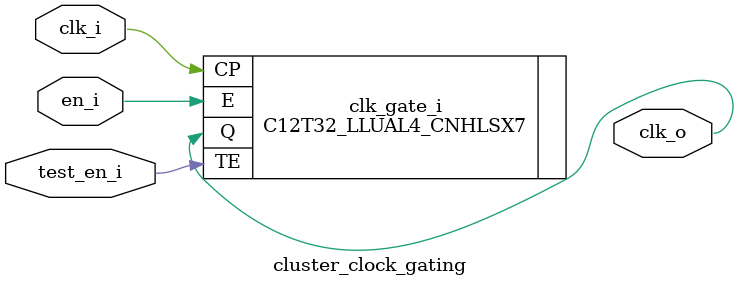
<source format=sv>

module cluster_clock_gating
  (
   input  logic clk_i,
   input  logic en_i,
   input  logic test_en_i,
   output logic clk_o
   );
   
   C12T32_LLUAL4_CNHLSX7
     clk_gate_i (
		 .Q(clk_o),
		 .CP(clk_i),
		 .E(en_i),
		 .TE(test_en_i)
		 );
   
endmodule

</source>
